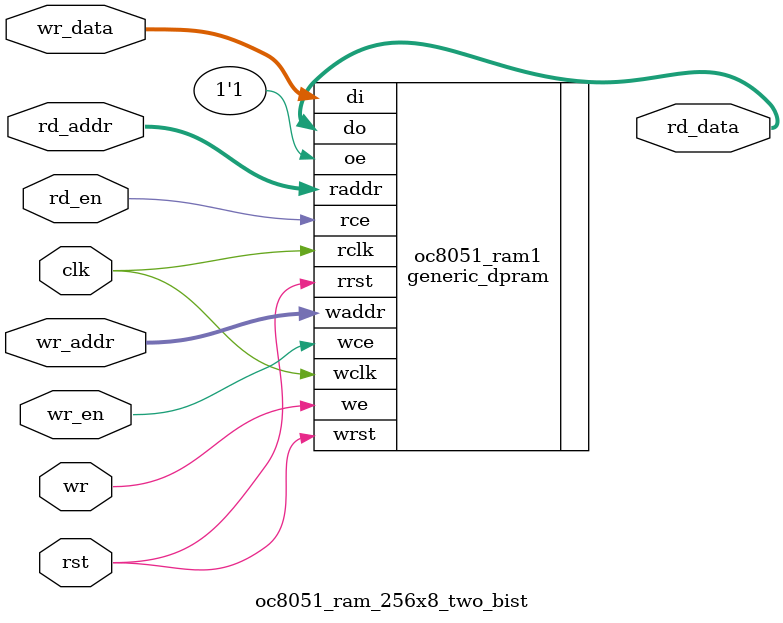
<source format=v>
`timescale 1ns/10ps
module oc8051_ram_256x8_two_bist (
                     clk,
                     rst,
                     rd_addr,
                     rd_data,
                     rd_en,
                     wr_addr,
                     wr_data,
                     wr_en,
                     wr
                     );
input         clk, 
              wr, 
              rst,
              rd_en,
              wr_en;
input  [7:0]  wr_data;
input  [7:0]  rd_addr,
              wr_addr;
output [7:0]  rd_data;
  
    
    
      generic_dpram #(8, 8) oc8051_ram1(
              .rclk  ( clk            ),
              .rrst  ( rst            ),
              .rce   ( rd_en          ),
              .oe    ( 1'b1           ),
              .raddr ( rd_addr        ),
              .do    ( rd_data        ),
      
              .wclk  ( clk            ),
              .wrst  ( rst            ),
              .wce   ( wr_en          ),
              .we    ( wr             ),
              .waddr ( wr_addr        ),
              .di    ( wr_data        )
      );
    
    
  //OC8051_RAM_GENERIC
      //OC8051_RAM_VIRTUALSILICON  
      //OC8051_RAM_XILINX
endmodule

</source>
